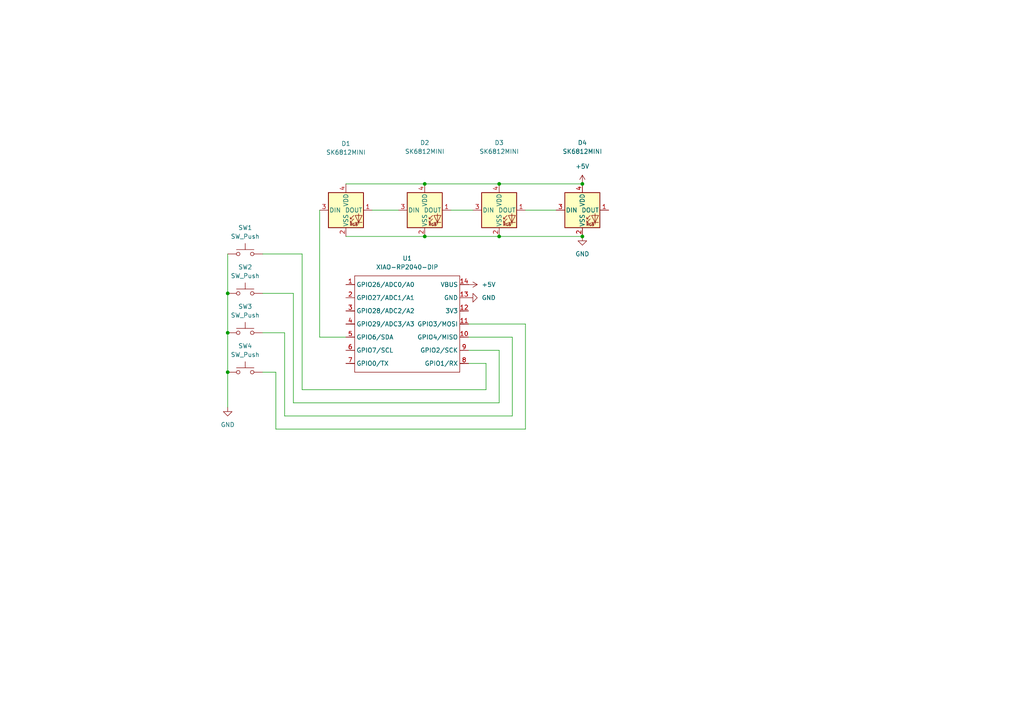
<source format=kicad_sch>
(kicad_sch
	(version 20250114)
	(generator "eeschema")
	(generator_version "9.0")
	(uuid "83b17ab5-9c07-4fbe-a035-c29d231f5bc4")
	(paper "A4")
	(lib_symbols
		(symbol "LED:SK6812MINI"
			(pin_names
				(offset 0.254)
			)
			(exclude_from_sim no)
			(in_bom yes)
			(on_board yes)
			(property "Reference" "D"
				(at 5.08 5.715 0)
				(effects
					(font
						(size 1.27 1.27)
					)
					(justify right bottom)
				)
			)
			(property "Value" "SK6812MINI"
				(at 1.27 -5.715 0)
				(effects
					(font
						(size 1.27 1.27)
					)
					(justify left top)
				)
			)
			(property "Footprint" "LED_SMD:LED_SK6812MINI_PLCC4_3.5x3.5mm_P1.75mm"
				(at 1.27 -7.62 0)
				(effects
					(font
						(size 1.27 1.27)
					)
					(justify left top)
					(hide yes)
				)
			)
			(property "Datasheet" "https://cdn-shop.adafruit.com/product-files/2686/SK6812MINI_REV.01-1-2.pdf"
				(at 2.54 -9.525 0)
				(effects
					(font
						(size 1.27 1.27)
					)
					(justify left top)
					(hide yes)
				)
			)
			(property "Description" "RGB LED with integrated controller"
				(at 0 0 0)
				(effects
					(font
						(size 1.27 1.27)
					)
					(hide yes)
				)
			)
			(property "ki_keywords" "RGB LED NeoPixel Mini addressable"
				(at 0 0 0)
				(effects
					(font
						(size 1.27 1.27)
					)
					(hide yes)
				)
			)
			(property "ki_fp_filters" "LED*SK6812MINI*PLCC*3.5x3.5mm*P1.75mm*"
				(at 0 0 0)
				(effects
					(font
						(size 1.27 1.27)
					)
					(hide yes)
				)
			)
			(symbol "SK6812MINI_0_0"
				(text "RGB"
					(at 2.286 -4.191 0)
					(effects
						(font
							(size 0.762 0.762)
						)
					)
				)
			)
			(symbol "SK6812MINI_0_1"
				(polyline
					(pts
						(xy 1.27 -2.54) (xy 1.778 -2.54)
					)
					(stroke
						(width 0)
						(type default)
					)
					(fill
						(type none)
					)
				)
				(polyline
					(pts
						(xy 1.27 -3.556) (xy 1.778 -3.556)
					)
					(stroke
						(width 0)
						(type default)
					)
					(fill
						(type none)
					)
				)
				(polyline
					(pts
						(xy 2.286 -1.524) (xy 1.27 -2.54) (xy 1.27 -2.032)
					)
					(stroke
						(width 0)
						(type default)
					)
					(fill
						(type none)
					)
				)
				(polyline
					(pts
						(xy 2.286 -2.54) (xy 1.27 -3.556) (xy 1.27 -3.048)
					)
					(stroke
						(width 0)
						(type default)
					)
					(fill
						(type none)
					)
				)
				(polyline
					(pts
						(xy 3.683 -1.016) (xy 3.683 -3.556) (xy 3.683 -4.064)
					)
					(stroke
						(width 0)
						(type default)
					)
					(fill
						(type none)
					)
				)
				(polyline
					(pts
						(xy 4.699 -1.524) (xy 2.667 -1.524) (xy 3.683 -3.556) (xy 4.699 -1.524)
					)
					(stroke
						(width 0)
						(type default)
					)
					(fill
						(type none)
					)
				)
				(polyline
					(pts
						(xy 4.699 -3.556) (xy 2.667 -3.556)
					)
					(stroke
						(width 0)
						(type default)
					)
					(fill
						(type none)
					)
				)
				(rectangle
					(start 5.08 5.08)
					(end -5.08 -5.08)
					(stroke
						(width 0.254)
						(type default)
					)
					(fill
						(type background)
					)
				)
			)
			(symbol "SK6812MINI_1_1"
				(pin input line
					(at -7.62 0 0)
					(length 2.54)
					(name "DIN"
						(effects
							(font
								(size 1.27 1.27)
							)
						)
					)
					(number "3"
						(effects
							(font
								(size 1.27 1.27)
							)
						)
					)
				)
				(pin power_in line
					(at 0 7.62 270)
					(length 2.54)
					(name "VDD"
						(effects
							(font
								(size 1.27 1.27)
							)
						)
					)
					(number "4"
						(effects
							(font
								(size 1.27 1.27)
							)
						)
					)
				)
				(pin power_in line
					(at 0 -7.62 90)
					(length 2.54)
					(name "VSS"
						(effects
							(font
								(size 1.27 1.27)
							)
						)
					)
					(number "2"
						(effects
							(font
								(size 1.27 1.27)
							)
						)
					)
				)
				(pin output line
					(at 7.62 0 180)
					(length 2.54)
					(name "DOUT"
						(effects
							(font
								(size 1.27 1.27)
							)
						)
					)
					(number "1"
						(effects
							(font
								(size 1.27 1.27)
							)
						)
					)
				)
			)
			(embedded_fonts no)
		)
		(symbol "OPL:XIAO-RP2040-DIP"
			(exclude_from_sim no)
			(in_bom yes)
			(on_board yes)
			(property "Reference" "U"
				(at 0 0 0)
				(effects
					(font
						(size 1.27 1.27)
					)
				)
			)
			(property "Value" "XIAO-RP2040-DIP"
				(at 5.334 -1.778 0)
				(effects
					(font
						(size 1.27 1.27)
					)
				)
			)
			(property "Footprint" "Module:MOUDLE14P-XIAO-DIP-SMD"
				(at 14.478 -32.258 0)
				(effects
					(font
						(size 1.27 1.27)
					)
					(hide yes)
				)
			)
			(property "Datasheet" ""
				(at 0 0 0)
				(effects
					(font
						(size 1.27 1.27)
					)
					(hide yes)
				)
			)
			(property "Description" ""
				(at 0 0 0)
				(effects
					(font
						(size 1.27 1.27)
					)
					(hide yes)
				)
			)
			(symbol "XIAO-RP2040-DIP_1_0"
				(polyline
					(pts
						(xy -1.27 -2.54) (xy 29.21 -2.54)
					)
					(stroke
						(width 0.1524)
						(type solid)
					)
					(fill
						(type none)
					)
				)
				(polyline
					(pts
						(xy -1.27 -5.08) (xy -2.54 -5.08)
					)
					(stroke
						(width 0.1524)
						(type solid)
					)
					(fill
						(type none)
					)
				)
				(polyline
					(pts
						(xy -1.27 -5.08) (xy -1.27 -2.54)
					)
					(stroke
						(width 0.1524)
						(type solid)
					)
					(fill
						(type none)
					)
				)
				(polyline
					(pts
						(xy -1.27 -8.89) (xy -2.54 -8.89)
					)
					(stroke
						(width 0.1524)
						(type solid)
					)
					(fill
						(type none)
					)
				)
				(polyline
					(pts
						(xy -1.27 -8.89) (xy -1.27 -5.08)
					)
					(stroke
						(width 0.1524)
						(type solid)
					)
					(fill
						(type none)
					)
				)
				(polyline
					(pts
						(xy -1.27 -12.7) (xy -2.54 -12.7)
					)
					(stroke
						(width 0.1524)
						(type solid)
					)
					(fill
						(type none)
					)
				)
				(polyline
					(pts
						(xy -1.27 -12.7) (xy -1.27 -8.89)
					)
					(stroke
						(width 0.1524)
						(type solid)
					)
					(fill
						(type none)
					)
				)
				(polyline
					(pts
						(xy -1.27 -16.51) (xy -2.54 -16.51)
					)
					(stroke
						(width 0.1524)
						(type solid)
					)
					(fill
						(type none)
					)
				)
				(polyline
					(pts
						(xy -1.27 -16.51) (xy -1.27 -12.7)
					)
					(stroke
						(width 0.1524)
						(type solid)
					)
					(fill
						(type none)
					)
				)
				(polyline
					(pts
						(xy -1.27 -20.32) (xy -2.54 -20.32)
					)
					(stroke
						(width 0.1524)
						(type solid)
					)
					(fill
						(type none)
					)
				)
				(polyline
					(pts
						(xy -1.27 -24.13) (xy -2.54 -24.13)
					)
					(stroke
						(width 0.1524)
						(type solid)
					)
					(fill
						(type none)
					)
				)
				(polyline
					(pts
						(xy -1.27 -27.94) (xy -2.54 -27.94)
					)
					(stroke
						(width 0.1524)
						(type solid)
					)
					(fill
						(type none)
					)
				)
				(polyline
					(pts
						(xy -1.27 -30.48) (xy -1.27 -16.51)
					)
					(stroke
						(width 0.1524)
						(type solid)
					)
					(fill
						(type none)
					)
				)
				(polyline
					(pts
						(xy 29.21 -2.54) (xy 29.21 -5.08)
					)
					(stroke
						(width 0.1524)
						(type solid)
					)
					(fill
						(type none)
					)
				)
				(polyline
					(pts
						(xy 29.21 -5.08) (xy 29.21 -8.89)
					)
					(stroke
						(width 0.1524)
						(type solid)
					)
					(fill
						(type none)
					)
				)
				(polyline
					(pts
						(xy 29.21 -8.89) (xy 29.21 -12.7)
					)
					(stroke
						(width 0.1524)
						(type solid)
					)
					(fill
						(type none)
					)
				)
				(polyline
					(pts
						(xy 29.21 -12.7) (xy 29.21 -30.48)
					)
					(stroke
						(width 0.1524)
						(type solid)
					)
					(fill
						(type none)
					)
				)
				(polyline
					(pts
						(xy 29.21 -30.48) (xy -1.27 -30.48)
					)
					(stroke
						(width 0.1524)
						(type solid)
					)
					(fill
						(type none)
					)
				)
				(polyline
					(pts
						(xy 30.48 -5.08) (xy 29.21 -5.08)
					)
					(stroke
						(width 0.1524)
						(type solid)
					)
					(fill
						(type none)
					)
				)
				(polyline
					(pts
						(xy 30.48 -8.89) (xy 29.21 -8.89)
					)
					(stroke
						(width 0.1524)
						(type solid)
					)
					(fill
						(type none)
					)
				)
				(polyline
					(pts
						(xy 30.48 -12.7) (xy 29.21 -12.7)
					)
					(stroke
						(width 0.1524)
						(type solid)
					)
					(fill
						(type none)
					)
				)
				(polyline
					(pts
						(xy 30.48 -16.51) (xy 29.21 -16.51)
					)
					(stroke
						(width 0.1524)
						(type solid)
					)
					(fill
						(type none)
					)
				)
				(polyline
					(pts
						(xy 30.48 -20.32) (xy 29.21 -20.32)
					)
					(stroke
						(width 0.1524)
						(type solid)
					)
					(fill
						(type none)
					)
				)
				(polyline
					(pts
						(xy 30.48 -24.13) (xy 29.21 -24.13)
					)
					(stroke
						(width 0.1524)
						(type solid)
					)
					(fill
						(type none)
					)
				)
				(polyline
					(pts
						(xy 30.48 -27.94) (xy 29.21 -27.94)
					)
					(stroke
						(width 0.1524)
						(type solid)
					)
					(fill
						(type none)
					)
				)
				(pin passive line
					(at -3.81 -5.08 0)
					(length 2.54)
					(name "GPIO26/ADC0/A0"
						(effects
							(font
								(size 1.27 1.27)
							)
						)
					)
					(number "1"
						(effects
							(font
								(size 1.27 1.27)
							)
						)
					)
				)
				(pin passive line
					(at -3.81 -8.89 0)
					(length 2.54)
					(name "GPIO27/ADC1/A1"
						(effects
							(font
								(size 1.27 1.27)
							)
						)
					)
					(number "2"
						(effects
							(font
								(size 1.27 1.27)
							)
						)
					)
				)
				(pin passive line
					(at -3.81 -12.7 0)
					(length 2.54)
					(name "GPIO28/ADC2/A2"
						(effects
							(font
								(size 1.27 1.27)
							)
						)
					)
					(number "3"
						(effects
							(font
								(size 1.27 1.27)
							)
						)
					)
				)
				(pin passive line
					(at -3.81 -16.51 0)
					(length 2.54)
					(name "GPIO29/ADC3/A3"
						(effects
							(font
								(size 1.27 1.27)
							)
						)
					)
					(number "4"
						(effects
							(font
								(size 1.27 1.27)
							)
						)
					)
				)
				(pin passive line
					(at -3.81 -20.32 0)
					(length 2.54)
					(name "GPIO6/SDA"
						(effects
							(font
								(size 1.27 1.27)
							)
						)
					)
					(number "5"
						(effects
							(font
								(size 1.27 1.27)
							)
						)
					)
				)
				(pin passive line
					(at -3.81 -24.13 0)
					(length 2.54)
					(name "GPIO7/SCL"
						(effects
							(font
								(size 1.27 1.27)
							)
						)
					)
					(number "6"
						(effects
							(font
								(size 1.27 1.27)
							)
						)
					)
				)
				(pin passive line
					(at -3.81 -27.94 0)
					(length 2.54)
					(name "GPIO0/TX"
						(effects
							(font
								(size 1.27 1.27)
							)
						)
					)
					(number "7"
						(effects
							(font
								(size 1.27 1.27)
							)
						)
					)
				)
				(pin passive line
					(at 31.75 -5.08 180)
					(length 2.54)
					(name "VBUS"
						(effects
							(font
								(size 1.27 1.27)
							)
						)
					)
					(number "14"
						(effects
							(font
								(size 1.27 1.27)
							)
						)
					)
				)
				(pin passive line
					(at 31.75 -8.89 180)
					(length 2.54)
					(name "GND"
						(effects
							(font
								(size 1.27 1.27)
							)
						)
					)
					(number "13"
						(effects
							(font
								(size 1.27 1.27)
							)
						)
					)
				)
				(pin passive line
					(at 31.75 -12.7 180)
					(length 2.54)
					(name "3V3"
						(effects
							(font
								(size 1.27 1.27)
							)
						)
					)
					(number "12"
						(effects
							(font
								(size 1.27 1.27)
							)
						)
					)
				)
				(pin passive line
					(at 31.75 -16.51 180)
					(length 2.54)
					(name "GPIO3/MOSI"
						(effects
							(font
								(size 1.27 1.27)
							)
						)
					)
					(number "11"
						(effects
							(font
								(size 1.27 1.27)
							)
						)
					)
				)
				(pin passive line
					(at 31.75 -20.32 180)
					(length 2.54)
					(name "GPIO4/MISO"
						(effects
							(font
								(size 1.27 1.27)
							)
						)
					)
					(number "10"
						(effects
							(font
								(size 1.27 1.27)
							)
						)
					)
				)
				(pin passive line
					(at 31.75 -24.13 180)
					(length 2.54)
					(name "GPIO2/SCK"
						(effects
							(font
								(size 1.27 1.27)
							)
						)
					)
					(number "9"
						(effects
							(font
								(size 1.27 1.27)
							)
						)
					)
				)
				(pin passive line
					(at 31.75 -27.94 180)
					(length 2.54)
					(name "GPIO1/RX"
						(effects
							(font
								(size 1.27 1.27)
							)
						)
					)
					(number "8"
						(effects
							(font
								(size 1.27 1.27)
							)
						)
					)
				)
			)
			(embedded_fonts no)
		)
		(symbol "Switch:SW_Push"
			(pin_numbers
				(hide yes)
			)
			(pin_names
				(offset 1.016)
				(hide yes)
			)
			(exclude_from_sim no)
			(in_bom yes)
			(on_board yes)
			(property "Reference" "SW"
				(at 1.27 2.54 0)
				(effects
					(font
						(size 1.27 1.27)
					)
					(justify left)
				)
			)
			(property "Value" "SW_Push"
				(at 0 -1.524 0)
				(effects
					(font
						(size 1.27 1.27)
					)
				)
			)
			(property "Footprint" ""
				(at 0 5.08 0)
				(effects
					(font
						(size 1.27 1.27)
					)
					(hide yes)
				)
			)
			(property "Datasheet" "~"
				(at 0 5.08 0)
				(effects
					(font
						(size 1.27 1.27)
					)
					(hide yes)
				)
			)
			(property "Description" "Push button switch, generic, two pins"
				(at 0 0 0)
				(effects
					(font
						(size 1.27 1.27)
					)
					(hide yes)
				)
			)
			(property "ki_keywords" "switch normally-open pushbutton push-button"
				(at 0 0 0)
				(effects
					(font
						(size 1.27 1.27)
					)
					(hide yes)
				)
			)
			(symbol "SW_Push_0_1"
				(circle
					(center -2.032 0)
					(radius 0.508)
					(stroke
						(width 0)
						(type default)
					)
					(fill
						(type none)
					)
				)
				(polyline
					(pts
						(xy 0 1.27) (xy 0 3.048)
					)
					(stroke
						(width 0)
						(type default)
					)
					(fill
						(type none)
					)
				)
				(circle
					(center 2.032 0)
					(radius 0.508)
					(stroke
						(width 0)
						(type default)
					)
					(fill
						(type none)
					)
				)
				(polyline
					(pts
						(xy 2.54 1.27) (xy -2.54 1.27)
					)
					(stroke
						(width 0)
						(type default)
					)
					(fill
						(type none)
					)
				)
				(pin passive line
					(at -5.08 0 0)
					(length 2.54)
					(name "1"
						(effects
							(font
								(size 1.27 1.27)
							)
						)
					)
					(number "1"
						(effects
							(font
								(size 1.27 1.27)
							)
						)
					)
				)
				(pin passive line
					(at 5.08 0 180)
					(length 2.54)
					(name "2"
						(effects
							(font
								(size 1.27 1.27)
							)
						)
					)
					(number "2"
						(effects
							(font
								(size 1.27 1.27)
							)
						)
					)
				)
			)
			(embedded_fonts no)
		)
		(symbol "power:+5V"
			(power)
			(pin_numbers
				(hide yes)
			)
			(pin_names
				(offset 0)
				(hide yes)
			)
			(exclude_from_sim no)
			(in_bom yes)
			(on_board yes)
			(property "Reference" "#PWR"
				(at 0 -3.81 0)
				(effects
					(font
						(size 1.27 1.27)
					)
					(hide yes)
				)
			)
			(property "Value" "+5V"
				(at 0 3.556 0)
				(effects
					(font
						(size 1.27 1.27)
					)
				)
			)
			(property "Footprint" ""
				(at 0 0 0)
				(effects
					(font
						(size 1.27 1.27)
					)
					(hide yes)
				)
			)
			(property "Datasheet" ""
				(at 0 0 0)
				(effects
					(font
						(size 1.27 1.27)
					)
					(hide yes)
				)
			)
			(property "Description" "Power symbol creates a global label with name \"+5V\""
				(at 0 0 0)
				(effects
					(font
						(size 1.27 1.27)
					)
					(hide yes)
				)
			)
			(property "ki_keywords" "global power"
				(at 0 0 0)
				(effects
					(font
						(size 1.27 1.27)
					)
					(hide yes)
				)
			)
			(symbol "+5V_0_1"
				(polyline
					(pts
						(xy -0.762 1.27) (xy 0 2.54)
					)
					(stroke
						(width 0)
						(type default)
					)
					(fill
						(type none)
					)
				)
				(polyline
					(pts
						(xy 0 2.54) (xy 0.762 1.27)
					)
					(stroke
						(width 0)
						(type default)
					)
					(fill
						(type none)
					)
				)
				(polyline
					(pts
						(xy 0 0) (xy 0 2.54)
					)
					(stroke
						(width 0)
						(type default)
					)
					(fill
						(type none)
					)
				)
			)
			(symbol "+5V_1_1"
				(pin power_in line
					(at 0 0 90)
					(length 0)
					(name "~"
						(effects
							(font
								(size 1.27 1.27)
							)
						)
					)
					(number "1"
						(effects
							(font
								(size 1.27 1.27)
							)
						)
					)
				)
			)
			(embedded_fonts no)
		)
		(symbol "power:GND"
			(power)
			(pin_numbers
				(hide yes)
			)
			(pin_names
				(offset 0)
				(hide yes)
			)
			(exclude_from_sim no)
			(in_bom yes)
			(on_board yes)
			(property "Reference" "#PWR"
				(at 0 -6.35 0)
				(effects
					(font
						(size 1.27 1.27)
					)
					(hide yes)
				)
			)
			(property "Value" "GND"
				(at 0 -3.81 0)
				(effects
					(font
						(size 1.27 1.27)
					)
				)
			)
			(property "Footprint" ""
				(at 0 0 0)
				(effects
					(font
						(size 1.27 1.27)
					)
					(hide yes)
				)
			)
			(property "Datasheet" ""
				(at 0 0 0)
				(effects
					(font
						(size 1.27 1.27)
					)
					(hide yes)
				)
			)
			(property "Description" "Power symbol creates a global label with name \"GND\" , ground"
				(at 0 0 0)
				(effects
					(font
						(size 1.27 1.27)
					)
					(hide yes)
				)
			)
			(property "ki_keywords" "global power"
				(at 0 0 0)
				(effects
					(font
						(size 1.27 1.27)
					)
					(hide yes)
				)
			)
			(symbol "GND_0_1"
				(polyline
					(pts
						(xy 0 0) (xy 0 -1.27) (xy 1.27 -1.27) (xy 0 -2.54) (xy -1.27 -1.27) (xy 0 -1.27)
					)
					(stroke
						(width 0)
						(type default)
					)
					(fill
						(type none)
					)
				)
			)
			(symbol "GND_1_1"
				(pin power_in line
					(at 0 0 270)
					(length 0)
					(name "~"
						(effects
							(font
								(size 1.27 1.27)
							)
						)
					)
					(number "1"
						(effects
							(font
								(size 1.27 1.27)
							)
						)
					)
				)
			)
			(embedded_fonts no)
		)
	)
	(junction
		(at 168.91 68.58)
		(diameter 0)
		(color 0 0 0 0)
		(uuid "31144b3a-42c0-4f9a-b2c9-1eb90b92dce7")
	)
	(junction
		(at 144.78 68.58)
		(diameter 0)
		(color 0 0 0 0)
		(uuid "3890bb90-d4b2-4e2b-942c-bcea04f8cc4d")
	)
	(junction
		(at 66.04 107.95)
		(diameter 0)
		(color 0 0 0 0)
		(uuid "635726aa-b0fd-4656-8bc3-57bc6d40a0fd")
	)
	(junction
		(at 144.78 53.34)
		(diameter 0)
		(color 0 0 0 0)
		(uuid "8225c952-5740-4556-b42d-817b1b2cf69d")
	)
	(junction
		(at 168.91 53.34)
		(diameter 0)
		(color 0 0 0 0)
		(uuid "87d46f21-7398-4160-99ee-45b1e7c9fbfd")
	)
	(junction
		(at 66.04 85.09)
		(diameter 0)
		(color 0 0 0 0)
		(uuid "8d324889-d3b4-47a0-a546-017b84b59d91")
	)
	(junction
		(at 123.19 68.58)
		(diameter 0)
		(color 0 0 0 0)
		(uuid "8fdec568-15ed-46cf-948e-aa2bcbcbcdbd")
	)
	(junction
		(at 66.04 96.52)
		(diameter 0)
		(color 0 0 0 0)
		(uuid "d66e9b3f-7e51-46b2-bf5a-0328485d0cb8")
	)
	(junction
		(at 123.19 53.34)
		(diameter 0)
		(color 0 0 0 0)
		(uuid "e53dac39-6e6e-4cf6-bee4-3e151442c4b5")
	)
	(wire
		(pts
			(xy 144.78 101.6) (xy 144.78 116.84)
		)
		(stroke
			(width 0)
			(type default)
		)
		(uuid "0115a0e0-4f35-4af3-b944-3e9421ef20f3")
	)
	(wire
		(pts
			(xy 87.63 113.03) (xy 87.63 73.66)
		)
		(stroke
			(width 0)
			(type default)
		)
		(uuid "05089d4f-1009-4341-b575-20ca3f62f8e1")
	)
	(wire
		(pts
			(xy 123.19 68.58) (xy 144.78 68.58)
		)
		(stroke
			(width 0)
			(type default)
		)
		(uuid "10006248-6bd9-430f-8fac-d8905e0551e3")
	)
	(wire
		(pts
			(xy 85.09 85.09) (xy 76.2 85.09)
		)
		(stroke
			(width 0)
			(type default)
		)
		(uuid "187c0ab6-99b0-4cd1-a1d3-b9fe58422e4b")
	)
	(wire
		(pts
			(xy 130.81 60.96) (xy 137.16 60.96)
		)
		(stroke
			(width 0)
			(type default)
		)
		(uuid "19f46409-fb88-4093-a9cb-c31ffe2cb9d9")
	)
	(wire
		(pts
			(xy 152.4 124.46) (xy 80.01 124.46)
		)
		(stroke
			(width 0)
			(type default)
		)
		(uuid "342eab51-cfc3-4d62-990a-08e27e9b3e03")
	)
	(wire
		(pts
			(xy 100.33 53.34) (xy 123.19 53.34)
		)
		(stroke
			(width 0)
			(type default)
		)
		(uuid "3ad30b5f-39f6-4643-a3b7-34c915bebaa4")
	)
	(wire
		(pts
			(xy 152.4 60.96) (xy 161.29 60.96)
		)
		(stroke
			(width 0)
			(type default)
		)
		(uuid "4dda1f21-6b9e-4150-9ea9-ac73de788b3f")
	)
	(wire
		(pts
			(xy 87.63 73.66) (xy 76.2 73.66)
		)
		(stroke
			(width 0)
			(type default)
		)
		(uuid "4f86de21-7bae-429b-8198-f9dbbfc5690f")
	)
	(wire
		(pts
			(xy 66.04 73.66) (xy 66.04 85.09)
		)
		(stroke
			(width 0)
			(type default)
		)
		(uuid "515ec539-00be-4335-a360-e8e82b7d390c")
	)
	(wire
		(pts
			(xy 100.33 97.79) (xy 92.71 97.79)
		)
		(stroke
			(width 0)
			(type default)
		)
		(uuid "5a1a668d-7e7a-4aca-8f0f-adf90cced63f")
	)
	(wire
		(pts
			(xy 148.59 120.65) (xy 82.55 120.65)
		)
		(stroke
			(width 0)
			(type default)
		)
		(uuid "68cef9b8-8e37-4347-a098-714f1c2dc20f")
	)
	(wire
		(pts
			(xy 152.4 93.98) (xy 152.4 124.46)
		)
		(stroke
			(width 0)
			(type default)
		)
		(uuid "6e4028ee-0929-4130-8043-96dda26dac51")
	)
	(wire
		(pts
			(xy 144.78 116.84) (xy 85.09 116.84)
		)
		(stroke
			(width 0)
			(type default)
		)
		(uuid "6e4e6898-6d0b-4171-bb17-a666f9889632")
	)
	(wire
		(pts
			(xy 168.91 68.58) (xy 144.78 68.58)
		)
		(stroke
			(width 0)
			(type default)
		)
		(uuid "73d29627-378f-4202-b880-716595db5932")
	)
	(wire
		(pts
			(xy 80.01 124.46) (xy 80.01 107.95)
		)
		(stroke
			(width 0)
			(type default)
		)
		(uuid "7940778f-897f-4e29-9e1d-ab827d0e5afe")
	)
	(wire
		(pts
			(xy 80.01 107.95) (xy 76.2 107.95)
		)
		(stroke
			(width 0)
			(type default)
		)
		(uuid "852ab1a8-a539-4af6-a5ab-36f346805dfa")
	)
	(wire
		(pts
			(xy 92.71 97.79) (xy 92.71 60.96)
		)
		(stroke
			(width 0)
			(type default)
		)
		(uuid "885f4cb7-eb9d-4e3c-bb17-cf4fc80f7f56")
	)
	(wire
		(pts
			(xy 135.89 105.41) (xy 140.97 105.41)
		)
		(stroke
			(width 0)
			(type default)
		)
		(uuid "8db756f8-1794-4cfa-bac2-61ace51501d4")
	)
	(wire
		(pts
			(xy 82.55 96.52) (xy 76.2 96.52)
		)
		(stroke
			(width 0)
			(type default)
		)
		(uuid "93002437-cc5b-4a9f-976b-80a8180bfd69")
	)
	(wire
		(pts
			(xy 123.19 53.34) (xy 144.78 53.34)
		)
		(stroke
			(width 0)
			(type default)
		)
		(uuid "9bd9bd68-2c24-43c1-bab8-b56cb742945c")
	)
	(wire
		(pts
			(xy 82.55 120.65) (xy 82.55 96.52)
		)
		(stroke
			(width 0)
			(type default)
		)
		(uuid "9f6a5cc5-23c3-481a-b1f1-83ab0db50434")
	)
	(wire
		(pts
			(xy 135.89 101.6) (xy 144.78 101.6)
		)
		(stroke
			(width 0)
			(type default)
		)
		(uuid "a3df8cb7-d746-4536-b585-1e3b033946a8")
	)
	(wire
		(pts
			(xy 135.89 97.79) (xy 148.59 97.79)
		)
		(stroke
			(width 0)
			(type default)
		)
		(uuid "a4a15530-dbd9-490f-87ff-10f3265a2247")
	)
	(wire
		(pts
			(xy 100.33 68.58) (xy 123.19 68.58)
		)
		(stroke
			(width 0)
			(type default)
		)
		(uuid "a7db9669-99df-4ecb-9a2b-8fac8a398a05")
	)
	(wire
		(pts
			(xy 135.89 93.98) (xy 152.4 93.98)
		)
		(stroke
			(width 0)
			(type default)
		)
		(uuid "abc77e4f-d3c2-42e7-b2b5-4affce3ec30d")
	)
	(wire
		(pts
			(xy 107.95 60.96) (xy 115.57 60.96)
		)
		(stroke
			(width 0)
			(type default)
		)
		(uuid "ae5dd691-1c4b-4e2a-aebc-7cc9a5e54c12")
	)
	(wire
		(pts
			(xy 140.97 113.03) (xy 87.63 113.03)
		)
		(stroke
			(width 0)
			(type default)
		)
		(uuid "b5dbcadd-7c75-4475-bff8-9ff4d644a206")
	)
	(wire
		(pts
			(xy 66.04 96.52) (xy 66.04 107.95)
		)
		(stroke
			(width 0)
			(type default)
		)
		(uuid "c018660b-022b-49fe-9102-f74ed135f97e")
	)
	(wire
		(pts
			(xy 148.59 97.79) (xy 148.59 120.65)
		)
		(stroke
			(width 0)
			(type default)
		)
		(uuid "c11f7261-969a-4201-83b8-f56f675760ef")
	)
	(wire
		(pts
			(xy 140.97 105.41) (xy 140.97 113.03)
		)
		(stroke
			(width 0)
			(type default)
		)
		(uuid "c9ee123c-b9e2-4db1-8653-dd63d0e52ad1")
	)
	(wire
		(pts
			(xy 66.04 107.95) (xy 66.04 118.11)
		)
		(stroke
			(width 0)
			(type default)
		)
		(uuid "cd3aa16e-91fb-47ce-8676-aef2b6b0fbc3")
	)
	(wire
		(pts
			(xy 168.91 53.34) (xy 144.78 53.34)
		)
		(stroke
			(width 0)
			(type default)
		)
		(uuid "da28ff37-5f6c-4ecf-abab-7846b3e695ec")
	)
	(wire
		(pts
			(xy 85.09 116.84) (xy 85.09 85.09)
		)
		(stroke
			(width 0)
			(type default)
		)
		(uuid "f19e2873-8eb3-4f80-8532-0e1944455def")
	)
	(wire
		(pts
			(xy 66.04 85.09) (xy 66.04 96.52)
		)
		(stroke
			(width 0)
			(type default)
		)
		(uuid "f448c86a-cc14-4119-b36c-70af2e2d8a85")
	)
	(symbol
		(lib_id "LED:SK6812MINI")
		(at 100.33 60.96 0)
		(unit 1)
		(exclude_from_sim no)
		(in_bom yes)
		(on_board yes)
		(dnp no)
		(uuid "17d145b3-5602-4b69-afb3-4d79a67b3e6b")
		(property "Reference" "D1"
			(at 100.33 41.656 0)
			(effects
				(font
					(size 1.27 1.27)
				)
			)
		)
		(property "Value" "SK6812MINI"
			(at 100.33 44.196 0)
			(effects
				(font
					(size 1.27 1.27)
				)
			)
		)
		(property "Footprint" "LED_SMD:LED_SK6812MINI_PLCC4_3.5x3.5mm_P1.75mm"
			(at 101.6 68.58 0)
			(effects
				(font
					(size 1.27 1.27)
				)
				(justify left top)
				(hide yes)
			)
		)
		(property "Datasheet" "https://cdn-shop.adafruit.com/product-files/2686/SK6812MINI_REV.01-1-2.pdf"
			(at 102.87 70.485 0)
			(effects
				(font
					(size 1.27 1.27)
				)
				(justify left top)
				(hide yes)
			)
		)
		(property "Description" "RGB LED with integrated controller"
			(at 100.33 60.96 0)
			(effects
				(font
					(size 1.27 1.27)
				)
				(hide yes)
			)
		)
		(pin "4"
			(uuid "19f9aade-f914-49bd-99dd-613838279546")
		)
		(pin "2"
			(uuid "a6223c66-684d-4d37-951a-f57f51b0602c")
		)
		(pin "3"
			(uuid "7ec646e6-d390-4efe-a64c-0b9b8ffb4c50")
		)
		(pin "1"
			(uuid "b4d05ba5-f5c0-4965-aa50-b759870d1aa1")
		)
		(instances
			(project ""
				(path "/83b17ab5-9c07-4fbe-a035-c29d231f5bc4"
					(reference "D1")
					(unit 1)
				)
			)
		)
	)
	(symbol
		(lib_id "LED:SK6812MINI")
		(at 123.19 60.96 0)
		(unit 1)
		(exclude_from_sim no)
		(in_bom yes)
		(on_board yes)
		(dnp no)
		(uuid "242b3149-0dfd-4d04-bca9-d31edd665b43")
		(property "Reference" "D2"
			(at 123.19 41.402 0)
			(effects
				(font
					(size 1.27 1.27)
				)
			)
		)
		(property "Value" "SK6812MINI"
			(at 123.19 43.942 0)
			(effects
				(font
					(size 1.27 1.27)
				)
			)
		)
		(property "Footprint" "LED_SMD:LED_SK6812MINI_PLCC4_3.5x3.5mm_P1.75mm"
			(at 124.46 68.58 0)
			(effects
				(font
					(size 1.27 1.27)
				)
				(justify left top)
				(hide yes)
			)
		)
		(property "Datasheet" "https://cdn-shop.adafruit.com/product-files/2686/SK6812MINI_REV.01-1-2.pdf"
			(at 125.73 70.485 0)
			(effects
				(font
					(size 1.27 1.27)
				)
				(justify left top)
				(hide yes)
			)
		)
		(property "Description" "RGB LED with integrated controller"
			(at 123.19 60.96 0)
			(effects
				(font
					(size 1.27 1.27)
				)
				(hide yes)
			)
		)
		(pin "4"
			(uuid "81b60cc8-6efd-42eb-9a41-c8bb63b8d07a")
		)
		(pin "3"
			(uuid "b1b47d79-0a3c-4012-8398-461449170772")
		)
		(pin "1"
			(uuid "4b289eb8-bb8a-4ce7-b558-9dd812109f7a")
		)
		(pin "2"
			(uuid "a9b624b6-56f2-4ebc-a6ea-278cbc47ed0d")
		)
		(instances
			(project ""
				(path "/83b17ab5-9c07-4fbe-a035-c29d231f5bc4"
					(reference "D2")
					(unit 1)
				)
			)
		)
	)
	(symbol
		(lib_id "power:GND")
		(at 168.91 68.58 0)
		(unit 1)
		(exclude_from_sim no)
		(in_bom yes)
		(on_board yes)
		(dnp no)
		(fields_autoplaced yes)
		(uuid "4625cbbc-73a4-4ba4-8962-16fd53ea5042")
		(property "Reference" "#PWR03"
			(at 168.91 74.93 0)
			(effects
				(font
					(size 1.27 1.27)
				)
				(hide yes)
			)
		)
		(property "Value" "GND"
			(at 168.91 73.66 0)
			(effects
				(font
					(size 1.27 1.27)
				)
			)
		)
		(property "Footprint" ""
			(at 168.91 68.58 0)
			(effects
				(font
					(size 1.27 1.27)
				)
				(hide yes)
			)
		)
		(property "Datasheet" ""
			(at 168.91 68.58 0)
			(effects
				(font
					(size 1.27 1.27)
				)
				(hide yes)
			)
		)
		(property "Description" "Power symbol creates a global label with name \"GND\" , ground"
			(at 168.91 68.58 0)
			(effects
				(font
					(size 1.27 1.27)
				)
				(hide yes)
			)
		)
		(pin "1"
			(uuid "7bc0247b-ab5f-46bf-ab58-a57d152c3da5")
		)
		(instances
			(project ""
				(path "/83b17ab5-9c07-4fbe-a035-c29d231f5bc4"
					(reference "#PWR03")
					(unit 1)
				)
			)
		)
	)
	(symbol
		(lib_id "power:GND")
		(at 135.89 86.36 90)
		(unit 1)
		(exclude_from_sim no)
		(in_bom yes)
		(on_board yes)
		(dnp no)
		(fields_autoplaced yes)
		(uuid "5896afd8-6d71-4efa-93fe-8df6df99f38d")
		(property "Reference" "#PWR02"
			(at 142.24 86.36 0)
			(effects
				(font
					(size 1.27 1.27)
				)
				(hide yes)
			)
		)
		(property "Value" "GND"
			(at 139.7 86.3599 90)
			(effects
				(font
					(size 1.27 1.27)
				)
				(justify right)
			)
		)
		(property "Footprint" ""
			(at 135.89 86.36 0)
			(effects
				(font
					(size 1.27 1.27)
				)
				(hide yes)
			)
		)
		(property "Datasheet" ""
			(at 135.89 86.36 0)
			(effects
				(font
					(size 1.27 1.27)
				)
				(hide yes)
			)
		)
		(property "Description" "Power symbol creates a global label with name \"GND\" , ground"
			(at 135.89 86.36 0)
			(effects
				(font
					(size 1.27 1.27)
				)
				(hide yes)
			)
		)
		(pin "1"
			(uuid "259af55d-7124-4e02-bed9-5d42672eb7d8")
		)
		(instances
			(project ""
				(path "/83b17ab5-9c07-4fbe-a035-c29d231f5bc4"
					(reference "#PWR02")
					(unit 1)
				)
			)
		)
	)
	(symbol
		(lib_id "Switch:SW_Push")
		(at 71.12 96.52 0)
		(unit 1)
		(exclude_from_sim no)
		(in_bom yes)
		(on_board yes)
		(dnp no)
		(fields_autoplaced yes)
		(uuid "67f458e4-cccf-49f7-bbb1-e6e469c967c6")
		(property "Reference" "SW3"
			(at 71.12 88.9 0)
			(effects
				(font
					(size 1.27 1.27)
				)
			)
		)
		(property "Value" "SW_Push"
			(at 71.12 91.44 0)
			(effects
				(font
					(size 1.27 1.27)
				)
			)
		)
		(property "Footprint" "Button_Switch_Keyboard:SW_Cherry_MX_1.00u_PCB"
			(at 71.12 91.44 0)
			(effects
				(font
					(size 1.27 1.27)
				)
				(hide yes)
			)
		)
		(property "Datasheet" "~"
			(at 71.12 91.44 0)
			(effects
				(font
					(size 1.27 1.27)
				)
				(hide yes)
			)
		)
		(property "Description" "Push button switch, generic, two pins"
			(at 71.12 96.52 0)
			(effects
				(font
					(size 1.27 1.27)
				)
				(hide yes)
			)
		)
		(pin "2"
			(uuid "d21ab078-9cc6-4a36-b6f2-0c3ffd91f444")
		)
		(pin "1"
			(uuid "84756f98-baaa-4c31-92ea-170f3415b177")
		)
		(instances
			(project ""
				(path "/83b17ab5-9c07-4fbe-a035-c29d231f5bc4"
					(reference "SW3")
					(unit 1)
				)
			)
		)
	)
	(symbol
		(lib_id "Switch:SW_Push")
		(at 71.12 85.09 0)
		(unit 1)
		(exclude_from_sim no)
		(in_bom yes)
		(on_board yes)
		(dnp no)
		(fields_autoplaced yes)
		(uuid "70e5a2e1-8990-4df6-b2c1-7a8998ae173d")
		(property "Reference" "SW2"
			(at 71.12 77.47 0)
			(effects
				(font
					(size 1.27 1.27)
				)
			)
		)
		(property "Value" "SW_Push"
			(at 71.12 80.01 0)
			(effects
				(font
					(size 1.27 1.27)
				)
			)
		)
		(property "Footprint" "Button_Switch_Keyboard:SW_Cherry_MX_1.00u_PCB"
			(at 71.12 80.01 0)
			(effects
				(font
					(size 1.27 1.27)
				)
				(hide yes)
			)
		)
		(property "Datasheet" "~"
			(at 71.12 80.01 0)
			(effects
				(font
					(size 1.27 1.27)
				)
				(hide yes)
			)
		)
		(property "Description" "Push button switch, generic, two pins"
			(at 71.12 85.09 0)
			(effects
				(font
					(size 1.27 1.27)
				)
				(hide yes)
			)
		)
		(pin "2"
			(uuid "652275dd-5cb0-4ae8-9b69-b294e6c54070")
		)
		(pin "1"
			(uuid "d154e622-3282-4249-8956-860e395cd40f")
		)
		(instances
			(project ""
				(path "/83b17ab5-9c07-4fbe-a035-c29d231f5bc4"
					(reference "SW2")
					(unit 1)
				)
			)
		)
	)
	(symbol
		(lib_id "power:GND")
		(at 66.04 118.11 0)
		(unit 1)
		(exclude_from_sim no)
		(in_bom yes)
		(on_board yes)
		(dnp no)
		(fields_autoplaced yes)
		(uuid "811f2eac-732f-4237-90a6-58a0040eb1d9")
		(property "Reference" "#PWR01"
			(at 66.04 124.46 0)
			(effects
				(font
					(size 1.27 1.27)
				)
				(hide yes)
			)
		)
		(property "Value" "GND"
			(at 66.04 123.19 0)
			(effects
				(font
					(size 1.27 1.27)
				)
			)
		)
		(property "Footprint" ""
			(at 66.04 118.11 0)
			(effects
				(font
					(size 1.27 1.27)
				)
				(hide yes)
			)
		)
		(property "Datasheet" ""
			(at 66.04 118.11 0)
			(effects
				(font
					(size 1.27 1.27)
				)
				(hide yes)
			)
		)
		(property "Description" "Power symbol creates a global label with name \"GND\" , ground"
			(at 66.04 118.11 0)
			(effects
				(font
					(size 1.27 1.27)
				)
				(hide yes)
			)
		)
		(pin "1"
			(uuid "1d457b21-fde1-4120-8b33-5a85baa7a533")
		)
		(instances
			(project ""
				(path "/83b17ab5-9c07-4fbe-a035-c29d231f5bc4"
					(reference "#PWR01")
					(unit 1)
				)
			)
		)
	)
	(symbol
		(lib_id "OPL:XIAO-RP2040-DIP")
		(at 104.14 77.47 0)
		(unit 1)
		(exclude_from_sim no)
		(in_bom yes)
		(on_board yes)
		(dnp no)
		(fields_autoplaced yes)
		(uuid "a0ceadef-a059-46e6-881c-b36c496633c6")
		(property "Reference" "U1"
			(at 118.11 74.93 0)
			(effects
				(font
					(size 1.27 1.27)
				)
			)
		)
		(property "Value" "XIAO-RP2040-DIP"
			(at 118.11 77.47 0)
			(effects
				(font
					(size 1.27 1.27)
				)
			)
		)
		(property "Footprint" "OPL:XIAO-RP2040-DIP"
			(at 118.618 109.728 0)
			(effects
				(font
					(size 1.27 1.27)
				)
				(hide yes)
			)
		)
		(property "Datasheet" ""
			(at 104.14 77.47 0)
			(effects
				(font
					(size 1.27 1.27)
				)
				(hide yes)
			)
		)
		(property "Description" ""
			(at 104.14 77.47 0)
			(effects
				(font
					(size 1.27 1.27)
				)
				(hide yes)
			)
		)
		(pin "14"
			(uuid "63c677dd-f7a0-4e56-9882-6c6b1697504f")
		)
		(pin "2"
			(uuid "37f0a894-017a-434d-b09d-984dff112cb5")
		)
		(pin "3"
			(uuid "2358f880-d393-46b2-84f5-2a6f5dd714f2")
		)
		(pin "12"
			(uuid "0264a4b9-926b-4b42-8e5b-0324350a6b14")
		)
		(pin "5"
			(uuid "4272c837-8a64-462d-bfa0-18eea7a2b61b")
		)
		(pin "6"
			(uuid "5f29f05c-1c3c-4809-91b7-da3b4f7c2a5d")
		)
		(pin "11"
			(uuid "724a788a-4a55-402b-af65-e7087e79621c")
		)
		(pin "1"
			(uuid "4de925a8-51e8-490b-9d64-d9020e884c50")
		)
		(pin "7"
			(uuid "c1b6c9c1-80f1-4b9d-b1fa-3bf2d25fcc7e")
		)
		(pin "4"
			(uuid "634da85b-935e-4b6f-b713-d2ec6aa3cf80")
		)
		(pin "13"
			(uuid "e7cbc244-97b2-4a8a-9410-df1858a4ff4f")
		)
		(pin "10"
			(uuid "7bfe043a-9a95-4a7b-8e55-d236e8e1952a")
		)
		(pin "9"
			(uuid "59d87d94-1f39-4a7b-bb5e-1377597842a4")
		)
		(pin "8"
			(uuid "bbcdc91e-be3b-4599-84d6-6ed713d96c49")
		)
		(instances
			(project ""
				(path "/83b17ab5-9c07-4fbe-a035-c29d231f5bc4"
					(reference "U1")
					(unit 1)
				)
			)
		)
	)
	(symbol
		(lib_id "power:+5V")
		(at 168.91 53.34 0)
		(unit 1)
		(exclude_from_sim no)
		(in_bom yes)
		(on_board yes)
		(dnp no)
		(fields_autoplaced yes)
		(uuid "a31252a5-5c4c-4700-b5fa-e6fdce2326f7")
		(property "Reference" "#PWR05"
			(at 168.91 57.15 0)
			(effects
				(font
					(size 1.27 1.27)
				)
				(hide yes)
			)
		)
		(property "Value" "+5V"
			(at 168.91 48.26 0)
			(effects
				(font
					(size 1.27 1.27)
				)
			)
		)
		(property "Footprint" ""
			(at 168.91 53.34 0)
			(effects
				(font
					(size 1.27 1.27)
				)
				(hide yes)
			)
		)
		(property "Datasheet" ""
			(at 168.91 53.34 0)
			(effects
				(font
					(size 1.27 1.27)
				)
				(hide yes)
			)
		)
		(property "Description" "Power symbol creates a global label with name \"+5V\""
			(at 168.91 53.34 0)
			(effects
				(font
					(size 1.27 1.27)
				)
				(hide yes)
			)
		)
		(pin "1"
			(uuid "b73ae067-8c1b-4461-903c-e07d0d92f7fb")
		)
		(instances
			(project ""
				(path "/83b17ab5-9c07-4fbe-a035-c29d231f5bc4"
					(reference "#PWR05")
					(unit 1)
				)
			)
		)
	)
	(symbol
		(lib_id "LED:SK6812MINI")
		(at 168.91 60.96 0)
		(unit 1)
		(exclude_from_sim no)
		(in_bom yes)
		(on_board yes)
		(dnp no)
		(uuid "b7f73560-5ae3-4294-a8f4-46e7c79335f0")
		(property "Reference" "D4"
			(at 168.91 41.402 0)
			(effects
				(font
					(size 1.27 1.27)
				)
			)
		)
		(property "Value" "SK6812MINI"
			(at 168.91 43.942 0)
			(effects
				(font
					(size 1.27 1.27)
				)
			)
		)
		(property "Footprint" "LED_SMD:LED_SK6812MINI_PLCC4_3.5x3.5mm_P1.75mm"
			(at 170.18 68.58 0)
			(effects
				(font
					(size 1.27 1.27)
				)
				(justify left top)
				(hide yes)
			)
		)
		(property "Datasheet" "https://cdn-shop.adafruit.com/product-files/2686/SK6812MINI_REV.01-1-2.pdf"
			(at 171.45 70.485 0)
			(effects
				(font
					(size 1.27 1.27)
				)
				(justify left top)
				(hide yes)
			)
		)
		(property "Description" "RGB LED with integrated controller"
			(at 168.91 60.96 0)
			(effects
				(font
					(size 1.27 1.27)
				)
				(hide yes)
			)
		)
		(pin "4"
			(uuid "0dcf9723-41af-40ec-99b1-f1ecbeaedbbe")
		)
		(pin "3"
			(uuid "c78c9b39-f38a-446c-809d-0c64237428dc")
		)
		(pin "1"
			(uuid "5c445ac6-7c5c-449d-9312-5fa3e1f1a9d5")
		)
		(pin "2"
			(uuid "f96d0852-f604-41c3-9157-49ff10c8a0ee")
		)
		(instances
			(project "Hackpad"
				(path "/83b17ab5-9c07-4fbe-a035-c29d231f5bc4"
					(reference "D4")
					(unit 1)
				)
			)
		)
	)
	(symbol
		(lib_id "LED:SK6812MINI")
		(at 144.78 60.96 0)
		(unit 1)
		(exclude_from_sim no)
		(in_bom yes)
		(on_board yes)
		(dnp no)
		(uuid "c6096698-d334-40e3-ba87-565fd58bf36c")
		(property "Reference" "D3"
			(at 144.78 41.402 0)
			(effects
				(font
					(size 1.27 1.27)
				)
			)
		)
		(property "Value" "SK6812MINI"
			(at 144.78 43.942 0)
			(effects
				(font
					(size 1.27 1.27)
				)
			)
		)
		(property "Footprint" "LED_SMD:LED_SK6812MINI_PLCC4_3.5x3.5mm_P1.75mm"
			(at 146.05 68.58 0)
			(effects
				(font
					(size 1.27 1.27)
				)
				(justify left top)
				(hide yes)
			)
		)
		(property "Datasheet" "https://cdn-shop.adafruit.com/product-files/2686/SK6812MINI_REV.01-1-2.pdf"
			(at 147.32 70.485 0)
			(effects
				(font
					(size 1.27 1.27)
				)
				(justify left top)
				(hide yes)
			)
		)
		(property "Description" "RGB LED with integrated controller"
			(at 144.78 60.96 0)
			(effects
				(font
					(size 1.27 1.27)
				)
				(hide yes)
			)
		)
		(pin "4"
			(uuid "140c17e7-6df5-4dd9-bf29-6838e269d4a3")
		)
		(pin "3"
			(uuid "13c50e22-ef4f-4c9b-9af0-93cde938ae86")
		)
		(pin "1"
			(uuid "50de3697-e142-44a9-b4fc-2cdc2f6ea5cb")
		)
		(pin "2"
			(uuid "4f0f9e1c-1139-4e05-aa99-55086069e9f3")
		)
		(instances
			(project "Hackpad"
				(path "/83b17ab5-9c07-4fbe-a035-c29d231f5bc4"
					(reference "D3")
					(unit 1)
				)
			)
		)
	)
	(symbol
		(lib_id "Switch:SW_Push")
		(at 71.12 73.66 0)
		(unit 1)
		(exclude_from_sim no)
		(in_bom yes)
		(on_board yes)
		(dnp no)
		(fields_autoplaced yes)
		(uuid "ce4e6377-7c9c-40ee-babb-0f99ed76379e")
		(property "Reference" "SW1"
			(at 71.12 66.04 0)
			(effects
				(font
					(size 1.27 1.27)
				)
			)
		)
		(property "Value" "SW_Push"
			(at 71.12 68.58 0)
			(effects
				(font
					(size 1.27 1.27)
				)
			)
		)
		(property "Footprint" "Button_Switch_Keyboard:SW_Cherry_MX_1.00u_PCB"
			(at 71.12 68.58 0)
			(effects
				(font
					(size 1.27 1.27)
				)
				(hide yes)
			)
		)
		(property "Datasheet" "~"
			(at 71.12 68.58 0)
			(effects
				(font
					(size 1.27 1.27)
				)
				(hide yes)
			)
		)
		(property "Description" "Push button switch, generic, two pins"
			(at 71.12 73.66 0)
			(effects
				(font
					(size 1.27 1.27)
				)
				(hide yes)
			)
		)
		(pin "2"
			(uuid "14303272-54d5-49f9-b20b-6e7d796f8df3")
		)
		(pin "1"
			(uuid "94e4e061-aad8-42c7-9026-063c5c15f809")
		)
		(instances
			(project ""
				(path "/83b17ab5-9c07-4fbe-a035-c29d231f5bc4"
					(reference "SW1")
					(unit 1)
				)
			)
		)
	)
	(symbol
		(lib_id "Switch:SW_Push")
		(at 71.12 107.95 0)
		(unit 1)
		(exclude_from_sim no)
		(in_bom yes)
		(on_board yes)
		(dnp no)
		(fields_autoplaced yes)
		(uuid "d38bf0ec-9e7c-4ac1-8cc5-8066d87d8d5c")
		(property "Reference" "SW4"
			(at 71.12 100.33 0)
			(effects
				(font
					(size 1.27 1.27)
				)
			)
		)
		(property "Value" "SW_Push"
			(at 71.12 102.87 0)
			(effects
				(font
					(size 1.27 1.27)
				)
			)
		)
		(property "Footprint" "Button_Switch_Keyboard:SW_Cherry_MX_1.00u_PCB"
			(at 71.12 102.87 0)
			(effects
				(font
					(size 1.27 1.27)
				)
				(hide yes)
			)
		)
		(property "Datasheet" "~"
			(at 71.12 102.87 0)
			(effects
				(font
					(size 1.27 1.27)
				)
				(hide yes)
			)
		)
		(property "Description" "Push button switch, generic, two pins"
			(at 71.12 107.95 0)
			(effects
				(font
					(size 1.27 1.27)
				)
				(hide yes)
			)
		)
		(pin "2"
			(uuid "08d83864-c5cf-4811-ab75-e1ef3727084c")
		)
		(pin "1"
			(uuid "4bf85bb5-c731-430e-8264-fbb7eaea3da5")
		)
		(instances
			(project ""
				(path "/83b17ab5-9c07-4fbe-a035-c29d231f5bc4"
					(reference "SW4")
					(unit 1)
				)
			)
		)
	)
	(symbol
		(lib_id "power:+5V")
		(at 135.89 82.55 270)
		(unit 1)
		(exclude_from_sim no)
		(in_bom yes)
		(on_board yes)
		(dnp no)
		(fields_autoplaced yes)
		(uuid "e4a1e1f0-44b7-486f-82ab-8bf8f8e4dca3")
		(property "Reference" "#PWR04"
			(at 132.08 82.55 0)
			(effects
				(font
					(size 1.27 1.27)
				)
				(hide yes)
			)
		)
		(property "Value" "+5V"
			(at 139.7 82.5499 90)
			(effects
				(font
					(size 1.27 1.27)
				)
				(justify left)
			)
		)
		(property "Footprint" ""
			(at 135.89 82.55 0)
			(effects
				(font
					(size 1.27 1.27)
				)
				(hide yes)
			)
		)
		(property "Datasheet" ""
			(at 135.89 82.55 0)
			(effects
				(font
					(size 1.27 1.27)
				)
				(hide yes)
			)
		)
		(property "Description" "Power symbol creates a global label with name \"+5V\""
			(at 135.89 82.55 0)
			(effects
				(font
					(size 1.27 1.27)
				)
				(hide yes)
			)
		)
		(pin "1"
			(uuid "90af5525-3553-483c-bd8f-cc4c62d9a4f9")
		)
		(instances
			(project ""
				(path "/83b17ab5-9c07-4fbe-a035-c29d231f5bc4"
					(reference "#PWR04")
					(unit 1)
				)
			)
		)
	)
	(sheet_instances
		(path "/"
			(page "1")
		)
	)
	(embedded_fonts no)
)

</source>
